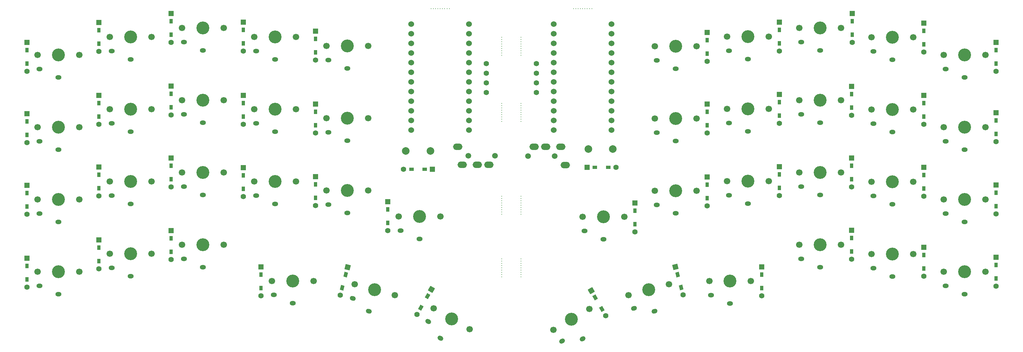
<source format=gbr>
%TF.GenerationSoftware,KiCad,Pcbnew,7.0.10*%
%TF.CreationDate,2024-09-26T01:16:29+09:00*%
%TF.ProjectId,keyboard_denchi,6b657962-6f61-4726-945f-64656e636869,rev?*%
%TF.SameCoordinates,Original*%
%TF.FileFunction,Soldermask,Bot*%
%TF.FilePolarity,Negative*%
%FSLAX46Y46*%
G04 Gerber Fmt 4.6, Leading zero omitted, Abs format (unit mm)*
G04 Created by KiCad (PCBNEW 7.0.10) date 2024-09-26 01:16:29*
%MOMM*%
%LPD*%
G01*
G04 APERTURE LIST*
G04 Aperture macros list*
%AMHorizOval*
0 Thick line with rounded ends*
0 $1 width*
0 $2 $3 position (X,Y) of the first rounded end (center of the circle)*
0 $4 $5 position (X,Y) of the second rounded end (center of the circle)*
0 Add line between two ends*
20,1,$1,$2,$3,$4,$5,0*
0 Add two circle primitives to create the rounded ends*
1,1,$1,$2,$3*
1,1,$1,$4,$5*%
%AMRotRect*
0 Rectangle, with rotation*
0 The origin of the aperture is its center*
0 $1 length*
0 $2 width*
0 $3 Rotation angle, in degrees counterclockwise*
0 Add horizontal line*
21,1,$1,$2,0,0,$3*%
G04 Aperture macros list end*
%ADD10C,0.300000*%
%ADD11R,1.397000X1.397000*%
%ADD12R,0.950000X1.300000*%
%ADD13C,1.397000*%
%ADD14C,1.700000*%
%ADD15C,3.400000*%
%ADD16HorizOval,1.200000X0.193185X0.051764X-0.193185X-0.051764X0*%
%ADD17O,1.600000X1.200000*%
%ADD18C,1.524000*%
%ADD19RotRect,1.397000X1.397000X285.000000*%
%ADD20RotRect,1.300000X0.950000X285.000000*%
%ADD21C,1.500000*%
%ADD22O,2.500000X1.700000*%
%ADD23RotRect,1.397000X1.397000X255.000000*%
%ADD24RotRect,1.300000X0.950000X255.000000*%
%ADD25HorizOval,1.200000X0.193185X-0.051764X-0.193185X0.051764X0*%
%ADD26R,1.300000X0.950000*%
%ADD27C,2.000000*%
%ADD28RotRect,1.397000X1.397000X300.000000*%
%ADD29RotRect,1.300000X0.950000X300.000000*%
%ADD30HorizOval,1.200000X0.173205X0.100000X-0.173205X-0.100000X0*%
%ADD31RotRect,1.397000X1.397000X240.000000*%
%ADD32RotRect,1.300000X0.950000X240.000000*%
%ADD33HorizOval,1.200000X0.173205X-0.100000X-0.173205X0.100000X0*%
G04 APERTURE END LIST*
D10*
%TO.C,REF\u002A\u002A*%
X150076000Y-7018000D03*
X149482250Y-7018000D03*
X148888500Y-7018000D03*
X148294750Y-7018000D03*
X147701000Y-7018000D03*
X147107250Y-7018000D03*
X146513500Y-7018000D03*
X145919750Y-7018000D03*
X145326000Y-7018000D03*
%TD*%
%TO.C,REF\u002A\u002A*%
X112484000Y-7018000D03*
X111890250Y-7018000D03*
X111296500Y-7018000D03*
X110702750Y-7018000D03*
X110109000Y-7018000D03*
X109515250Y-7018000D03*
X108921500Y-7018000D03*
X108327750Y-7018000D03*
X107734000Y-7018000D03*
%TD*%
%TO.C,REF\u002A\u002A*%
X131445000Y-31948000D03*
X131445000Y-32541750D03*
X131445000Y-33135500D03*
X131445000Y-33729250D03*
X131445000Y-34323000D03*
X131445000Y-34916750D03*
X131445000Y-35510500D03*
X131445000Y-36104250D03*
X131445000Y-36698000D03*
%TD*%
%TO.C,REF\u002A\u002A*%
X126365000Y-36698000D03*
X126365000Y-36104250D03*
X126365000Y-35510500D03*
X126365000Y-34916750D03*
X126365000Y-34323000D03*
X126365000Y-33729250D03*
X126365000Y-33135500D03*
X126365000Y-32541750D03*
X126365000Y-31948000D03*
%TD*%
%TO.C,*%
X126365000Y-34323000D03*
%TD*%
%TO.C,*%
X126365000Y-35510500D03*
%TD*%
%TO.C,REF\u002A\u002A*%
X131445000Y-56459000D03*
X131445000Y-57052750D03*
X131445000Y-57646500D03*
X131445000Y-58240250D03*
X131445000Y-58834000D03*
X131445000Y-59427750D03*
X131445000Y-60021500D03*
X131445000Y-60615250D03*
X131445000Y-61209000D03*
%TD*%
%TO.C,REF\u002A\u002A*%
X126365000Y-61209000D03*
X126365000Y-60615250D03*
X126365000Y-60021500D03*
X126365000Y-59427750D03*
X126365000Y-58834000D03*
X126365000Y-58240250D03*
X126365000Y-57646500D03*
X126365000Y-57052750D03*
X126365000Y-56459000D03*
%TD*%
%TO.C,*%
X126365000Y-58834000D03*
%TD*%
%TO.C,*%
X126365000Y-60021500D03*
%TD*%
%TO.C,REF\u002A\u002A*%
X131445000Y-72969000D03*
X131445000Y-73562750D03*
X131445000Y-74156500D03*
X131445000Y-74750250D03*
X131445000Y-75344000D03*
X131445000Y-75937750D03*
X131445000Y-76531500D03*
X131445000Y-77125250D03*
X131445000Y-77719000D03*
%TD*%
%TO.C,REF\u002A\u002A*%
X126365000Y-77719000D03*
X126365000Y-77125250D03*
X126365000Y-76531500D03*
X126365000Y-75937750D03*
X126365000Y-75344000D03*
X126365000Y-74750250D03*
X126365000Y-74156500D03*
X126365000Y-73562750D03*
X126365000Y-72969000D03*
%TD*%
%TO.C,*%
X126365000Y-75344000D03*
%TD*%
%TO.C,*%
X126365000Y-76531500D03*
%TD*%
%TO.C,REF\u002A\u002A*%
X131445000Y-14549000D03*
X131445000Y-15142750D03*
X131445000Y-15736500D03*
X131445000Y-16330250D03*
X131445000Y-16924000D03*
X131445000Y-17517750D03*
X131445000Y-18111500D03*
X131445000Y-18705250D03*
X131445000Y-19299000D03*
%TD*%
%TO.C,REF\u002A\u002A*%
X126365000Y-19299000D03*
X126365000Y-18705250D03*
X126365000Y-18111500D03*
X126365000Y-17517750D03*
X126365000Y-16924000D03*
X126365000Y-16330250D03*
X126365000Y-15736500D03*
X126365000Y-15142750D03*
X126365000Y-14549000D03*
%TD*%
D11*
%TO.C,D9*%
X58166000Y-29820588D03*
D12*
X58166000Y-31855588D03*
X58166000Y-35405588D03*
D13*
X58166000Y-37440588D03*
%TD*%
D14*
%TO.C,rSW21*%
X159791600Y-82506310D03*
D15*
X165104192Y-81082805D03*
D14*
X170416784Y-79659300D03*
D16*
X161232193Y-85950826D03*
X166631224Y-86781767D03*
%TD*%
D11*
%TO.C,D1*%
X1116000Y-15850588D03*
D12*
X1116000Y-17885588D03*
X1116000Y-21435588D03*
D13*
X1116000Y-23470588D03*
%TD*%
D11*
%TO.C,rD8*%
X218621000Y-27470500D03*
D12*
X218621000Y-29505500D03*
X218621000Y-33055500D03*
D13*
X218621000Y-35090500D03*
%TD*%
D11*
%TO.C,rD11*%
X256721000Y-53505500D03*
D12*
X256721000Y-55540500D03*
X256721000Y-59090500D03*
D13*
X256721000Y-61125500D03*
%TD*%
D11*
%TO.C,rD19*%
X218621000Y-65443500D03*
D12*
X218621000Y-67478500D03*
X218621000Y-71028500D03*
D13*
X218621000Y-73063500D03*
%TD*%
D14*
%TO.C,SW5*%
X80098000Y-16829000D03*
D15*
X85598000Y-16829000D03*
D14*
X91098000Y-16829000D03*
D17*
X80598000Y-20529000D03*
X85598000Y-22729000D03*
%TD*%
D14*
%TO.C,rSW18*%
X223862000Y-71666500D03*
D15*
X229362000Y-71666500D03*
D14*
X234862000Y-71666500D03*
D17*
X224362000Y-75366500D03*
X229362000Y-77566500D03*
%TD*%
D14*
%TO.C,SW9*%
X61048000Y-33497000D03*
D15*
X66548000Y-33497000D03*
D14*
X72048000Y-33497000D03*
D17*
X61548000Y-37197000D03*
X66548000Y-39397000D03*
%TD*%
D11*
%TO.C,rD1*%
X256721000Y-15913500D03*
D12*
X256721000Y-17948500D03*
X256721000Y-21498500D03*
D13*
X256721000Y-23533500D03*
%TD*%
D11*
%TO.C,rD2*%
X237671000Y-10833500D03*
D12*
X237671000Y-12868500D03*
X237671000Y-16418500D03*
D13*
X237671000Y-18453500D03*
%TD*%
D11*
%TO.C,D18*%
X20066000Y-67920588D03*
D12*
X20066000Y-69955588D03*
X20066000Y-73505588D03*
D13*
X20066000Y-75540588D03*
%TD*%
D18*
%TO.C,rU1*%
X155321000Y-11087500D03*
X155321000Y-13627500D03*
X155321000Y-16167500D03*
X155321000Y-18707500D03*
X155321000Y-21247500D03*
X155321000Y-23787500D03*
X155321000Y-26327500D03*
X155321000Y-28867500D03*
X155321000Y-31407500D03*
X155321000Y-33947500D03*
X155321000Y-36487500D03*
X155321000Y-39027500D03*
X140081000Y-39027500D03*
X140081000Y-36487500D03*
X140081000Y-33947500D03*
X140081000Y-31407500D03*
X140081000Y-28867500D03*
X140081000Y-26327500D03*
X140081000Y-23787500D03*
X140081000Y-21247500D03*
X140081000Y-18707500D03*
X140081000Y-16167500D03*
X140081000Y-13627500D03*
X140081000Y-11087500D03*
%TD*%
D19*
%TO.C,rD21*%
X172168899Y-75098323D03*
D20*
X172695596Y-77063982D03*
X173614404Y-80493018D03*
D13*
X174141101Y-82458677D03*
%TD*%
D14*
%TO.C,rSW12*%
X223862000Y-52616500D03*
D15*
X229362000Y-52616500D03*
D14*
X234862000Y-52616500D03*
D17*
X224362000Y-56316500D03*
X229362000Y-58516500D03*
%TD*%
D14*
%TO.C,rSW17*%
X242912000Y-76365500D03*
D15*
X248412000Y-76365500D03*
D14*
X253912000Y-76365500D03*
D17*
X243412000Y-80065500D03*
X248412000Y-82265500D03*
%TD*%
D11*
%TO.C,D6*%
X1116000Y-34646588D03*
D12*
X1116000Y-36681588D03*
X1116000Y-40231588D03*
D13*
X1116000Y-42266588D03*
%TD*%
D14*
%TO.C,SW6*%
X3898000Y-38260000D03*
D15*
X9398000Y-38260000D03*
D14*
X14898000Y-38260000D03*
D17*
X4398000Y-41960000D03*
X9398000Y-44160000D03*
%TD*%
D11*
%TO.C,D13*%
X39116000Y-46330588D03*
D12*
X39116000Y-48365588D03*
X39116000Y-51915588D03*
D13*
X39116000Y-53950588D03*
%TD*%
D11*
%TO.C,D19*%
X39116000Y-65507588D03*
D12*
X39116000Y-67542588D03*
X39116000Y-71092588D03*
D13*
X39116000Y-73127588D03*
%TD*%
D11*
%TO.C,D8*%
X39116000Y-27407588D03*
D12*
X39116000Y-29442588D03*
X39116000Y-32992588D03*
D13*
X39116000Y-35027588D03*
%TD*%
D14*
%TO.C,rSW10*%
X166712000Y-35979500D03*
D15*
X172212000Y-35979500D03*
D14*
X177712000Y-35979500D03*
D17*
X167212000Y-39679500D03*
X172212000Y-41879500D03*
%TD*%
D14*
%TO.C,rSW3*%
X204812000Y-12103500D03*
D15*
X210312000Y-12103500D03*
D14*
X215812000Y-12103500D03*
D17*
X205312000Y-15803500D03*
X210312000Y-18003500D03*
%TD*%
D11*
%TO.C,D20*%
X62865000Y-75032588D03*
D12*
X62865000Y-77067588D03*
X62865000Y-80617588D03*
D13*
X62865000Y-82652588D03*
%TD*%
%TO.C,rOL1*%
X135509000Y-29088500D03*
X135509000Y-26548500D03*
X135509000Y-24008500D03*
X135509000Y-21468500D03*
%TD*%
D11*
%TO.C,rD7*%
X237671000Y-29883500D03*
D12*
X237671000Y-31918500D03*
X237671000Y-35468500D03*
D13*
X237671000Y-37503500D03*
%TD*%
D14*
%TO.C,SW18*%
X22948000Y-71597000D03*
D15*
X28448000Y-71597000D03*
D14*
X33948000Y-71597000D03*
D17*
X23448000Y-75297000D03*
X28448000Y-77497000D03*
%TD*%
D11*
%TO.C,rD17*%
X256721000Y-72555500D03*
D12*
X256721000Y-74590500D03*
X256721000Y-78140500D03*
D13*
X256721000Y-80175500D03*
%TD*%
D21*
%TO.C,J1*%
X124511000Y-45753000D03*
X117511000Y-45753000D03*
D22*
X114711000Y-43353000D03*
X122911000Y-48153000D03*
X119911000Y-48153000D03*
X115911000Y-48153000D03*
%TD*%
D14*
%TO.C,rSW20*%
X181063000Y-78778500D03*
D15*
X186563000Y-78778500D03*
D14*
X192063000Y-78778500D03*
D17*
X181563000Y-82478500D03*
X186563000Y-84678500D03*
%TD*%
D14*
%TO.C,rSW11*%
X242912000Y-57315500D03*
D15*
X248412000Y-57315500D03*
D14*
X253912000Y-57315500D03*
D17*
X243412000Y-61015500D03*
X248412000Y-63215500D03*
%TD*%
D11*
%TO.C,rD3*%
X218748000Y-8293500D03*
D12*
X218748000Y-10328500D03*
X218748000Y-13878500D03*
D13*
X218748000Y-15913500D03*
%TD*%
D11*
%TO.C,rD15*%
X180521000Y-51346500D03*
D12*
X180521000Y-53381500D03*
X180521000Y-56931500D03*
D13*
X180521000Y-58966500D03*
%TD*%
D23*
%TO.C,D21*%
X85695101Y-75162411D03*
D24*
X85168404Y-77128070D03*
X84249596Y-80557106D03*
D13*
X83722899Y-82522765D03*
%TD*%
D14*
%TO.C,rSW13*%
X204812000Y-50203500D03*
D15*
X210312000Y-50203500D03*
D14*
X215812000Y-50203500D03*
D17*
X205312000Y-53903500D03*
X210312000Y-56103500D03*
%TD*%
D14*
%TO.C,SW21*%
X87520216Y-79653800D03*
D15*
X92832808Y-81077305D03*
D14*
X98145400Y-82500810D03*
D25*
X87045548Y-83357135D03*
X91305776Y-86776267D03*
%TD*%
D14*
%TO.C,SW14*%
X61048000Y-52547000D03*
D15*
X66548000Y-52547000D03*
D14*
X72048000Y-52547000D03*
D17*
X61548000Y-56247000D03*
X66548000Y-58447000D03*
%TD*%
D18*
%TO.C,U1*%
X117729000Y-11082000D03*
X117729000Y-13622000D03*
X117729000Y-16162000D03*
X117729000Y-18702000D03*
X117729000Y-21242000D03*
X117729000Y-23782000D03*
X117729000Y-26322000D03*
X117729000Y-28862000D03*
X117729000Y-31402000D03*
X117729000Y-33942000D03*
X117729000Y-36482000D03*
X117729000Y-39022000D03*
X102489000Y-39022000D03*
X102489000Y-36482000D03*
X102489000Y-33942000D03*
X102489000Y-31402000D03*
X102489000Y-28862000D03*
X102489000Y-26322000D03*
X102489000Y-23782000D03*
X102489000Y-21242000D03*
X102489000Y-18702000D03*
X102489000Y-16162000D03*
X102489000Y-13622000D03*
X102489000Y-11082000D03*
%TD*%
D11*
%TO.C,D15*%
X77216000Y-51283588D03*
D12*
X77216000Y-53318588D03*
X77216000Y-56868588D03*
D13*
X77216000Y-58903588D03*
%TD*%
D11*
%TO.C,D10*%
X77216000Y-32106588D03*
D12*
X77216000Y-34141588D03*
X77216000Y-37691588D03*
D13*
X77216000Y-39726588D03*
%TD*%
D11*
%TO.C,rD18*%
X237671000Y-69888500D03*
D12*
X237671000Y-71923500D03*
X237671000Y-75473500D03*
D13*
X237671000Y-77508500D03*
%TD*%
D14*
%TO.C,rSW1*%
X242912000Y-19221000D03*
D15*
X248412000Y-19221000D03*
D14*
X253912000Y-19221000D03*
D17*
X243412000Y-22921000D03*
X248412000Y-25121000D03*
%TD*%
D11*
%TO.C,D16*%
X96266000Y-57887588D03*
D12*
X96266000Y-59922588D03*
X96266000Y-63472588D03*
D13*
X96266000Y-65507588D03*
%TD*%
D14*
%TO.C,rSW19*%
X204812000Y-69253500D03*
D15*
X210312000Y-69253500D03*
D14*
X215812000Y-69253500D03*
D17*
X205312000Y-72953500D03*
X210312000Y-75153500D03*
%TD*%
D11*
%TO.C,D2*%
X20066000Y-10643588D03*
D12*
X20066000Y-12678588D03*
X20066000Y-16228588D03*
D13*
X20066000Y-18263588D03*
%TD*%
D21*
%TO.C,rJ1*%
X133299000Y-45832000D03*
X140299000Y-45832000D03*
D22*
X143099000Y-48232000D03*
X134899000Y-43432000D03*
X137899000Y-43432000D03*
X141899000Y-43432000D03*
%TD*%
D14*
%TO.C,SW16*%
X99148000Y-61755000D03*
D15*
X104648000Y-61755000D03*
D14*
X110148000Y-61755000D03*
D17*
X99648000Y-65455000D03*
X104648000Y-67655000D03*
%TD*%
D11*
%TO.C,D23*%
X108080000Y-49309000D03*
D26*
X106045000Y-49309000D03*
X102495000Y-49309000D03*
D13*
X100460000Y-49309000D03*
%TD*%
D14*
%TO.C,SW12*%
X22948000Y-52547000D03*
D15*
X28448000Y-52547000D03*
D14*
X33948000Y-52547000D03*
D17*
X23448000Y-56247000D03*
X28448000Y-58447000D03*
%TD*%
D14*
%TO.C,rSW15*%
X166712000Y-55029500D03*
D15*
X172212000Y-55029500D03*
D14*
X177712000Y-55029500D03*
D17*
X167212000Y-58729500D03*
X172212000Y-60929500D03*
%TD*%
D14*
%TO.C,rSW8*%
X204812000Y-31153500D03*
D15*
X210312000Y-31153500D03*
D14*
X215812000Y-31153500D03*
D17*
X205312000Y-34853500D03*
X210312000Y-37053500D03*
%TD*%
D14*
%TO.C,SW7*%
X22948000Y-33497000D03*
D15*
X28448000Y-33497000D03*
D14*
X33948000Y-33497000D03*
D17*
X23448000Y-37197000D03*
X28448000Y-39397000D03*
%TD*%
D11*
%TO.C,rD10*%
X180521000Y-32169500D03*
D12*
X180521000Y-34204500D03*
X180521000Y-37754500D03*
D13*
X180521000Y-39789500D03*
%TD*%
D27*
%TO.C,rSW23*%
X155650000Y-43980500D03*
X149150000Y-43980500D03*
%TD*%
D28*
%TO.C,rD22*%
X149914835Y-81321778D03*
D29*
X150932335Y-83084140D03*
X152707335Y-86158530D03*
D13*
X153724835Y-87920892D03*
%TD*%
D11*
%TO.C,D3*%
X39116000Y-8230588D03*
D12*
X39116000Y-10265588D03*
X39116000Y-13815588D03*
D13*
X39116000Y-15850588D03*
%TD*%
D11*
%TO.C,D11*%
X1116000Y-53569588D03*
D12*
X1116000Y-55604588D03*
X1116000Y-59154588D03*
D13*
X1116000Y-61189588D03*
%TD*%
D14*
%TO.C,rSW7*%
X223862000Y-33566500D03*
D15*
X229362000Y-33566500D03*
D14*
X234862000Y-33566500D03*
D17*
X224362000Y-37266500D03*
X229362000Y-39466500D03*
%TD*%
D14*
%TO.C,rSW2*%
X223862000Y-14516500D03*
D15*
X229362000Y-14516500D03*
D14*
X234862000Y-14516500D03*
D17*
X224362000Y-18216500D03*
X229362000Y-20416500D03*
%TD*%
D14*
%TO.C,SW8*%
X41998000Y-31118000D03*
D15*
X47498000Y-31118000D03*
D14*
X52998000Y-31118000D03*
D17*
X42498000Y-34818000D03*
X47498000Y-37018000D03*
%TD*%
D11*
%TO.C,rD13*%
X218621000Y-46393500D03*
D12*
X218621000Y-48428500D03*
X218621000Y-51978500D03*
D13*
X218621000Y-54013500D03*
%TD*%
D11*
%TO.C,rD20*%
X194872000Y-75095500D03*
D12*
X194872000Y-77130500D03*
X194872000Y-80680500D03*
D13*
X194872000Y-82715500D03*
%TD*%
D14*
%TO.C,SW2*%
X22948000Y-14447000D03*
D15*
X28448000Y-14447000D03*
D14*
X33948000Y-14447000D03*
D17*
X23448000Y-18147000D03*
X28448000Y-20347000D03*
%TD*%
D14*
%TO.C,rSW9*%
X185762000Y-33439500D03*
D15*
X191262000Y-33439500D03*
D14*
X196762000Y-33439500D03*
D17*
X186262000Y-37139500D03*
X191262000Y-39339500D03*
%TD*%
D14*
%TO.C,SW15*%
X80098000Y-54929000D03*
D15*
X85598000Y-54929000D03*
D14*
X91098000Y-54929000D03*
D17*
X80598000Y-58629000D03*
X85598000Y-60829000D03*
%TD*%
D11*
%TO.C,D17*%
X1116000Y-72746588D03*
D12*
X1116000Y-74781588D03*
X1116000Y-78331588D03*
D13*
X1116000Y-80366588D03*
%TD*%
D14*
%TO.C,SW13*%
X41998000Y-50168000D03*
D15*
X47498000Y-50168000D03*
D14*
X52998000Y-50168000D03*
D17*
X42498000Y-53868000D03*
X47498000Y-56068000D03*
%TD*%
D14*
%TO.C,rSW22*%
X139947252Y-91631108D03*
D15*
X144710392Y-88881108D03*
D14*
X149473532Y-86131108D03*
D30*
X142230265Y-94585402D03*
X147660392Y-93990658D03*
%TD*%
D11*
%TO.C,rD6*%
X256721000Y-34455500D03*
D12*
X256721000Y-36490500D03*
X256721000Y-40040500D03*
D13*
X256721000Y-42075500D03*
%TD*%
D11*
%TO.C,rD9*%
X199571000Y-29629500D03*
D12*
X199571000Y-31664500D03*
X199571000Y-35214500D03*
D13*
X199571000Y-37249500D03*
%TD*%
D14*
%TO.C,rSW5*%
X166712000Y-16929500D03*
D15*
X172212000Y-16929500D03*
D14*
X177712000Y-16929500D03*
D17*
X167212000Y-20629500D03*
X172212000Y-22829500D03*
%TD*%
D14*
%TO.C,SW4*%
X61048000Y-14447000D03*
D15*
X66548000Y-14447000D03*
D14*
X72048000Y-14447000D03*
D17*
X61548000Y-18147000D03*
X66548000Y-20347000D03*
%TD*%
D14*
%TO.C,SW17*%
X3898000Y-76360000D03*
D15*
X9398000Y-76360000D03*
D14*
X14898000Y-76360000D03*
D17*
X4398000Y-80060000D03*
X9398000Y-82260000D03*
%TD*%
D11*
%TO.C,rD14*%
X199571000Y-48679500D03*
D12*
X199571000Y-50714500D03*
X199571000Y-54264500D03*
D13*
X199571000Y-56299500D03*
%TD*%
D14*
%TO.C,rSW6*%
X242912000Y-38265500D03*
D15*
X248412000Y-38265500D03*
D14*
X253912000Y-38265500D03*
D17*
X243412000Y-41965500D03*
X248412000Y-44165500D03*
%TD*%
D31*
%TO.C,D22*%
X107822166Y-81004866D03*
D32*
X106804666Y-82767228D03*
X105029666Y-85841618D03*
D13*
X104012166Y-87603980D03*
%TD*%
D14*
%TO.C,SW10*%
X80098000Y-35879000D03*
D15*
X85598000Y-35879000D03*
D14*
X91098000Y-35879000D03*
D17*
X80598000Y-39579000D03*
X85598000Y-41779000D03*
%TD*%
D27*
%TO.C,SW23*%
X101017000Y-44483000D03*
X107517000Y-44483000D03*
%TD*%
D14*
%TO.C,rSW4*%
X185762000Y-14389500D03*
D15*
X191262000Y-14389500D03*
D14*
X196762000Y-14389500D03*
D17*
X186262000Y-18089500D03*
X191262000Y-20289500D03*
%TD*%
D11*
%TO.C,rD12*%
X237671000Y-48806500D03*
D12*
X237671000Y-50841500D03*
X237671000Y-54391500D03*
D13*
X237671000Y-56426500D03*
%TD*%
D11*
%TO.C,D5*%
X77216000Y-12929588D03*
D12*
X77216000Y-14964588D03*
X77216000Y-18514588D03*
D13*
X77216000Y-20549588D03*
%TD*%
D14*
%TO.C,SW22*%
X108336468Y-85998608D03*
D15*
X113099608Y-88748608D03*
D14*
X117862748Y-91498608D03*
D33*
X106919481Y-89452902D03*
X110149608Y-93858158D03*
%TD*%
D14*
%TO.C,SW1*%
X3898000Y-19210000D03*
D15*
X9398000Y-19210000D03*
D14*
X14898000Y-19210000D03*
D17*
X4398000Y-22910000D03*
X9398000Y-25110000D03*
%TD*%
D11*
%TO.C,D14*%
X58166000Y-48870588D03*
D12*
X58166000Y-50905588D03*
X58166000Y-54455588D03*
D13*
X58166000Y-56490588D03*
%TD*%
D11*
%TO.C,D4*%
X58166000Y-10516588D03*
D12*
X58166000Y-12551588D03*
X58166000Y-16101588D03*
D13*
X58166000Y-18136588D03*
%TD*%
D11*
%TO.C,rD23*%
X148844000Y-48806500D03*
D26*
X150879000Y-48806500D03*
X154429000Y-48806500D03*
D13*
X156464000Y-48806500D03*
%TD*%
D14*
%TO.C,SW3*%
X41998000Y-12068000D03*
D15*
X47498000Y-12068000D03*
D14*
X52998000Y-12068000D03*
D17*
X42498000Y-15768000D03*
X47498000Y-17968000D03*
%TD*%
D11*
%TO.C,D7*%
X20066000Y-29820588D03*
D12*
X20066000Y-31855588D03*
X20066000Y-35405588D03*
D13*
X20066000Y-37440588D03*
%TD*%
D14*
%TO.C,SW19*%
X41998000Y-69218000D03*
D15*
X47498000Y-69218000D03*
D14*
X52998000Y-69218000D03*
D17*
X42498000Y-72918000D03*
X47498000Y-75118000D03*
%TD*%
D14*
%TO.C,rSW16*%
X147662000Y-61855500D03*
D15*
X153162000Y-61855500D03*
D14*
X158662000Y-61855500D03*
D17*
X148162000Y-65555500D03*
X153162000Y-67755500D03*
%TD*%
D11*
%TO.C,rD4*%
X199571000Y-10579500D03*
D12*
X199571000Y-12614500D03*
X199571000Y-16164500D03*
D13*
X199571000Y-18199500D03*
%TD*%
D11*
%TO.C,rD5*%
X180521000Y-13246500D03*
D12*
X180521000Y-15281500D03*
X180521000Y-18831500D03*
D13*
X180521000Y-20866500D03*
%TD*%
D11*
%TO.C,D12*%
X20066000Y-48743588D03*
D12*
X20066000Y-50778588D03*
X20066000Y-54328588D03*
D13*
X20066000Y-56363588D03*
%TD*%
D14*
%TO.C,rSW14*%
X185762000Y-52489500D03*
D15*
X191262000Y-52489500D03*
D14*
X196762000Y-52489500D03*
D17*
X186262000Y-56189500D03*
X191262000Y-58389500D03*
%TD*%
D14*
%TO.C,SW20*%
X65732000Y-78758000D03*
D15*
X71232000Y-78758000D03*
D14*
X76732000Y-78758000D03*
D17*
X66232000Y-82458000D03*
X71232000Y-84658000D03*
%TD*%
D11*
%TO.C,rD16*%
X161471000Y-58204500D03*
D12*
X161471000Y-60239500D03*
X161471000Y-63789500D03*
D13*
X161471000Y-65824500D03*
%TD*%
D14*
%TO.C,SW11*%
X3898000Y-57310000D03*
D15*
X9398000Y-57310000D03*
D14*
X14898000Y-57310000D03*
D17*
X4398000Y-61010000D03*
X9398000Y-63210000D03*
%TD*%
D13*
%TO.C,OL1*%
X122301000Y-29083000D03*
X122301000Y-26543000D03*
X122301000Y-24003000D03*
X122301000Y-21463000D03*
%TD*%
M02*

</source>
